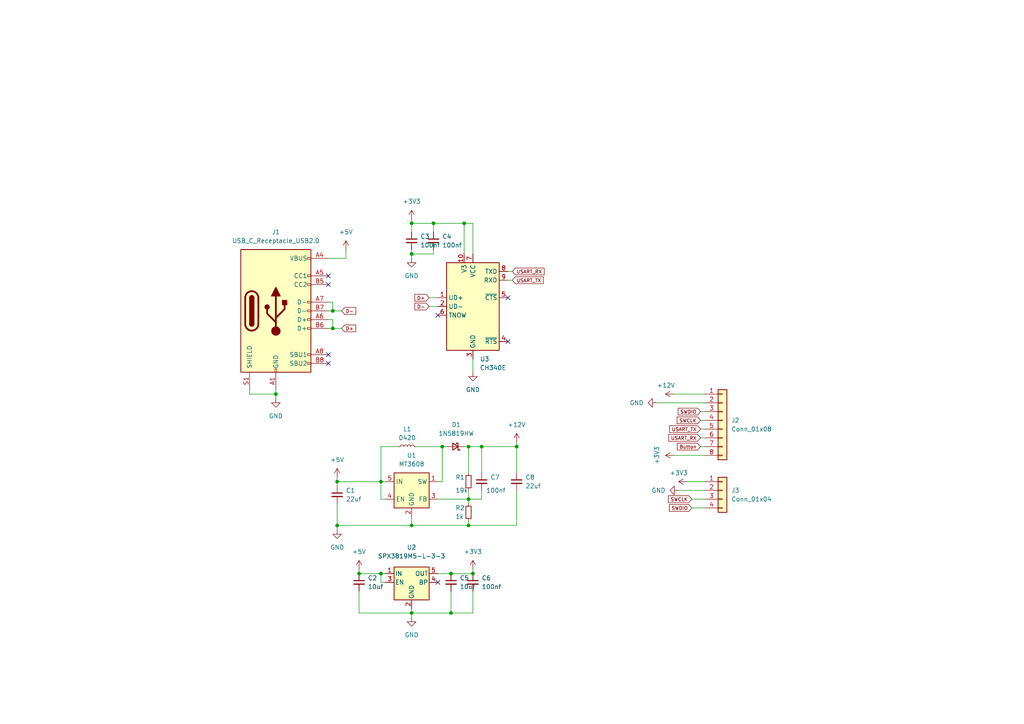
<source format=kicad_sch>
(kicad_sch (version 20211123) (generator eeschema)
  (paper "A4")
  (lib_symbols
    (symbol "Connector:USB_C_Receptacle_USB2.0" (pin_names (offset 1.016))
      (property "Reference" "J" (at -10.16 19.05 0))
      (property "Value" "USB_C_Receptacle_USB2.0" (at 19.05 19.05 0))
      (symbol "USB_C_Receptacle_USB2.0_0_0"
        (rectangle (start -0.254 -17.78) (end 0.254 -16.764))
        (rectangle (start 10.16 -14.986) (end 9.144 -15.494))
        (rectangle (start 10.16 -12.446) (end 9.144 -12.954))
        (rectangle (start 10.16 -4.826) (end 9.144 -5.334))
        (rectangle (start 10.16 -2.286) (end 9.144 -2.794))
        (rectangle (start 10.16 0.254) (end 9.144 -0.254))
        (rectangle (start 10.16 2.794) (end 9.144 2.286))
        (rectangle (start 10.16 7.874) (end 9.144 7.366))
        (rectangle (start 10.16 10.414) (end 9.144 9.906))
        (rectangle (start 10.16 15.494) (end 9.144 14.986))
      )
      (symbol "USB_C_Receptacle_USB2.0_0_1"
        (rectangle (start -10.16 17.78) (end 10.16 -17.78) (stroke (width 0.254)) (fill (type background)))
        (arc (start -8.89 -3.81) (mid -6.985 -5.715) (end -5.08 -3.81) (stroke (width 0.508)))
        (arc (start -7.62 -3.81) (mid -6.985 -4.445) (end -6.35 -3.81) (stroke (width 0.254)))
        (arc (start -7.62 -3.81) (mid -6.985 -4.445) (end -6.35 -3.81) (stroke (width 0.254)) (fill (type outline)))
        (rectangle (start -7.62 -3.81) (end -6.35 3.81) (stroke (width 0.254)) (fill (type outline)))
        (arc (start -6.35 3.81) (mid -6.985 4.445) (end -7.62 3.81) (stroke (width 0.254)))
        (arc (start -6.35 3.81) (mid -6.985 4.445) (end -7.62 3.81) (stroke (width 0.254)) (fill (type outline)))
        (arc (start -5.08 3.81) (mid -6.985 5.715) (end -8.89 3.81) (stroke (width 0.508)))
        (circle (center -2.54 1.143) (radius 0.635) (stroke (width 0.254)) (fill (type outline)))
        (circle (center 0 -5.842) (radius 1.27) (fill (type outline)))
        (polyline (pts (xy -8.89 -3.81) (xy -8.89 3.81)) (stroke (width 0.508)))
        (polyline (pts (xy -5.08 3.81) (xy -5.08 -3.81)) (stroke (width 0.508)))
        (polyline (pts (xy 0 -5.842) (xy 0 4.318)) (stroke (width 0.508)))
        (polyline (pts (xy 0 -3.302) (xy -2.54 -0.762) (xy -2.54 0.508)) (stroke (width 0.508)))
        (polyline (pts (xy 0 -2.032) (xy 2.54 0.508) (xy 2.54 1.778)) (stroke (width 0.508)))
        (polyline (pts (xy -1.27 4.318) (xy 0 6.858) (xy 1.27 4.318) (xy -1.27 4.318)) (stroke (width 0.254)) (fill (type outline)))
        (rectangle (start 1.905 1.778) (end 3.175 3.048) (stroke (width 0.254)) (fill (type outline)))
      )
      (symbol "USB_C_Receptacle_USB2.0_1_1"
        (pin passive line (at 0 -22.86 90) (length 5.08) (name "GND") (number "A1"))
        (pin passive line (at 0 -22.86 90) (length 5.08) hide (name "GND") (number "A12"))
        (pin passive line (at 15.24 15.24 180) (length 5.08) (name "VBUS") (number "A4"))
        (pin bidirectional line (at 15.24 10.16 180) (length 5.08) (name "CC1") (number "A5"))
        (pin bidirectional line (at 15.24 -2.54 180) (length 5.08) (name "D+") (number "A6"))
        (pin bidirectional line (at 15.24 2.54 180) (length 5.08) (name "D-") (number "A7"))
        (pin bidirectional line (at 15.24 -12.7 180) (length 5.08) (name "SBU1") (number "A8"))
        (pin passive line (at 15.24 15.24 180) (length 5.08) hide (name "VBUS") (number "A9"))
        (pin passive line (at 0 -22.86 90) (length 5.08) hide (name "GND") (number "B1"))
        (pin passive line (at 0 -22.86 90) (length 5.08) hide (name "GND") (number "B12"))
        (pin passive line (at 15.24 15.24 180) (length 5.08) hide (name "VBUS") (number "B4"))
        (pin bidirectional line (at 15.24 7.62 180) (length 5.08) (name "CC2") (number "B5"))
        (pin bidirectional line (at 15.24 -5.08 180) (length 5.08) (name "D+") (number "B6"))
        (pin bidirectional line (at 15.24 0 180) (length 5.08) (name "D-") (number "B7"))
        (pin bidirectional line (at 15.24 -15.24 180) (length 5.08) (name "SBU2") (number "B8"))
        (pin passive line (at 15.24 15.24 180) (length 5.08) hide (name "VBUS") (number "B9"))
        (pin passive line (at -7.62 -22.86 90) (length 5.08) (name "SHIELD") (number "S1"))
      )
    )
    (symbol "Connector_Generic:Conn_01x04" (pin_names (offset 1.016) hide)
      (property "Reference" "J" (at 0 5.08 0))
      (property "Value" "Conn_01x04" (at 0 -7.62 0))
      (symbol "Conn_01x04_1_1"
        (rectangle (start -1.27 -4.953) (end 0 -5.207) (stroke (width 0.1524)))
        (rectangle (start -1.27 -2.413) (end 0 -2.667) (stroke (width 0.1524)))
        (rectangle (start -1.27 0.127) (end 0 -0.127) (stroke (width 0.1524)))
        (rectangle (start -1.27 2.667) (end 0 2.413) (stroke (width 0.1524)))
        (rectangle (start -1.27 3.81) (end 1.27 -6.35) (stroke (width 0.254)) (fill (type background)))
        (pin passive line (at -5.08 2.54 0) (length 3.81) (name "Pin_1") (number "1"))
        (pin passive line (at -5.08 0 0) (length 3.81) (name "Pin_2") (number "2"))
        (pin passive line (at -5.08 -2.54 0) (length 3.81) (name "Pin_3") (number "3"))
        (pin passive line (at -5.08 -5.08 0) (length 3.81) (name "Pin_4") (number "4"))
      )
    )
    (symbol "Connector_Generic:Conn_01x08" (pin_names (offset 1.016) hide)
      (property "Reference" "J" (at 0 10.16 0))
      (property "Value" "Conn_01x08" (at 0 -12.7 0))
      (symbol "Conn_01x08_1_1"
        (rectangle (start -1.27 -10.033) (end 0 -10.287) (stroke (width 0.1524)))
        (rectangle (start -1.27 -7.493) (end 0 -7.747) (stroke (width 0.1524)))
        (rectangle (start -1.27 -4.953) (end 0 -5.207) (stroke (width 0.1524)))
        (rectangle (start -1.27 -2.413) (end 0 -2.667) (stroke (width 0.1524)))
        (rectangle (start -1.27 0.127) (end 0 -0.127) (stroke (width 0.1524)))
        (rectangle (start -1.27 2.667) (end 0 2.413) (stroke (width 0.1524)))
        (rectangle (start -1.27 5.207) (end 0 4.953) (stroke (width 0.1524)))
        (rectangle (start -1.27 7.747) (end 0 7.493) (stroke (width 0.1524)))
        (rectangle (start -1.27 8.89) (end 1.27 -11.43) (stroke (width 0.254)) (fill (type background)))
        (pin passive line (at -5.08 7.62 0) (length 3.81) (name "Pin_1") (number "1"))
        (pin passive line (at -5.08 5.08 0) (length 3.81) (name "Pin_2") (number "2"))
        (pin passive line (at -5.08 2.54 0) (length 3.81) (name "Pin_3") (number "3"))
        (pin passive line (at -5.08 0 0) (length 3.81) (name "Pin_4") (number "4"))
        (pin passive line (at -5.08 -2.54 0) (length 3.81) (name "Pin_5") (number "5"))
        (pin passive line (at -5.08 -5.08 0) (length 3.81) (name "Pin_6") (number "6"))
        (pin passive line (at -5.08 -7.62 0) (length 3.81) (name "Pin_7") (number "7"))
        (pin passive line (at -5.08 -10.16 0) (length 3.81) (name "Pin_8") (number "8"))
      )
    )
    (symbol "Device:C_Small" (pin_numbers hide) (pin_names (offset 0.254) hide)
      (property "Reference" "C" (at 0.254 1.778 0))
      (property "Value" "C_Small" (at 0.254 -2.032 0))
      (symbol "C_Small_0_1"
        (polyline (pts (xy -1.524 -0.508) (xy 1.524 -0.508)) (stroke (width 0.3302)))
        (polyline (pts (xy -1.524 0.508) (xy 1.524 0.508)) (stroke (width 0.3048)))
      )
      (symbol "C_Small_1_1"
        (pin passive line (at 0 2.54 270) (length 2.032) (name "~") (number "1"))
        (pin passive line (at 0 -2.54 90) (length 2.032) (name "~") (number "2"))
      )
    )
    (symbol "Device:D_Schottky_Small" (pin_numbers hide) (pin_names (offset 0.254) hide)
      (property "Reference" "D" (at -1.27 2.032 0))
      (property "Value" "D_Schottky_Small" (at -7.112 -2.032 0))
      (symbol "D_Schottky_Small_0_1"
        (polyline (pts (xy -0.762 0) (xy 0.762 0)))
        (polyline (pts (xy 0.762 -1.016) (xy -0.762 0) (xy 0.762 1.016) (xy 0.762 -1.016)) (stroke (width 0.254)))
        (polyline (pts (xy -1.27 0.762) (xy -1.27 1.016) (xy -0.762 1.016) (xy -0.762 -1.016) (xy -0.254 -1.016) (xy -0.254 -0.762)) (stroke (width 0.254)))
      )
      (symbol "D_Schottky_Small_1_1"
        (pin passive line (at -2.54 0 0) (length 1.778) (name "K") (number "1"))
        (pin passive line (at 2.54 0 180) (length 1.778) (name "A") (number "2"))
      )
    )
    (symbol "Device:L_Small" (pin_numbers hide) (pin_names (offset 0.254) hide)
      (property "Reference" "L" (at 0.762 1.016 0))
      (property "Value" "L_Small" (at 0.762 -1.016 0))
      (symbol "L_Small_0_1"
        (arc (start 0 -2.032) (mid 0.508 -1.524) (end 0 -1.016))
        (arc (start 0 -1.016) (mid 0.508 -0.508) (end 0 0))
        (arc (start 0 0) (mid 0.508 0.508) (end 0 1.016))
        (arc (start 0 1.016) (mid 0.508 1.524) (end 0 2.032))
      )
      (symbol "L_Small_1_1"
        (pin passive line (at 0 2.54 270) (length 0.508) (name "~") (number "1"))
        (pin passive line (at 0 -2.54 90) (length 0.508) (name "~") (number "2"))
      )
    )
    (symbol "Device:R_Small" (pin_numbers hide) (pin_names (offset 0.254) hide)
      (property "Reference" "R" (at 0.762 0.508 0))
      (property "Value" "R_Small" (at 0.762 -1.016 0))
      (symbol "R_Small_0_1"
        (rectangle (start -0.762 1.778) (end 0.762 -1.778) (stroke (width 0.2032)))
      )
      (symbol "R_Small_1_1"
        (pin passive line (at 0 2.54 270) (length 0.762) (name "~") (number "1"))
        (pin passive line (at 0 -2.54 90) (length 0.762) (name "~") (number "2"))
      )
    )
    (symbol "Interface_USB:CH340E"
      (property "Reference" "U" (at -5.08 13.97 0))
      (property "Value" "CH340E" (at 1.27 13.97 0))
      (symbol "CH340E_0_1"
        (rectangle (start -7.62 12.7) (end 7.62 -12.7) (stroke (width 0.254)) (fill (type background)))
      )
      (symbol "CH340E_1_1"
        (pin bidirectional line (at -10.16 2.54 0) (length 2.54) (name "UD+") (number "1"))
        (pin passive line (at -2.54 15.24 270) (length 2.54) (name "V3") (number "10"))
        (pin bidirectional line (at -10.16 0 0) (length 2.54) (name "UD-") (number "2"))
        (pin power_in line (at 0 -15.24 90) (length 2.54) (name "GND") (number "3"))
        (pin output line (at 10.16 -10.16 180) (length 2.54) (name "~{RTS}") (number "4"))
        (pin input line (at 10.16 2.54 180) (length 2.54) (name "~{CTS}") (number "5"))
        (pin output line (at -10.16 -2.54 0) (length 2.54) (name "TNOW") (number "6"))
        (pin power_in line (at 0 15.24 270) (length 2.54) (name "VCC") (number "7"))
        (pin output line (at 10.16 10.16 180) (length 2.54) (name "TXD") (number "8"))
        (pin input line (at 10.16 7.62 180) (length 2.54) (name "RXD") (number "9"))
      )
    )
    (symbol "Regulator_Linear:SPX3819M5-L-3-3" (pin_names (offset 0.254))
      (property "Reference" "U" (at -3.81 5.715 0))
      (property "Value" "SPX3819M5-L-3-3" (at 0 5.715 0))
      (symbol "SPX3819M5-L-3-3_0_1"
        (rectangle (start -5.08 4.445) (end 5.08 -5.08) (stroke (width 0.254)) (fill (type background)))
      )
      (symbol "SPX3819M5-L-3-3_1_1"
        (pin power_in line (at -7.62 2.54 0) (length 2.54) (name "IN") (number "1"))
        (pin power_in line (at 0 -7.62 90) (length 2.54) (name "GND") (number "2"))
        (pin input line (at -7.62 0 0) (length 2.54) (name "EN") (number "3"))
        (pin input line (at 7.62 0 180) (length 2.54) (name "BP") (number "4"))
        (pin power_out line (at 7.62 2.54 180) (length 2.54) (name "OUT") (number "5"))
      )
    )
    (symbol "Regulator_Switching:MT3608"
      (property "Reference" "U" (at -2.54 8.89 0))
      (property "Value" "MT3608" (at -3.81 6.35 0))
      (symbol "MT3608_0_1"
        (rectangle (start -5.08 5.08) (end 5.08 -5.08) (stroke (width 0.254)) (fill (type background)))
      )
      (symbol "MT3608_1_1"
        (pin passive line (at 7.62 2.54 180) (length 2.54) (name "SW") (number "1"))
        (pin power_in line (at 0 -7.62 90) (length 2.54) (name "GND") (number "2"))
        (pin input line (at 7.62 -2.54 180) (length 2.54) (name "FB") (number "3"))
        (pin input line (at -7.62 -2.54 0) (length 2.54) (name "EN") (number "4"))
        (pin power_in line (at -7.62 2.54 0) (length 2.54) (name "IN") (number "5"))
        (pin no_connect line (at 5.08 0 180) (length 2.54) hide (name "NC") (number "6"))
      )
    )
    (symbol "power:+12V" (power) (pin_names (offset 0))
      (property "Value" "+12V" (at 0 3.556 0))
      (symbol "+12V_0_1"
        (polyline (pts (xy -0.762 1.27) (xy 0 2.54)))
        (polyline (pts (xy 0 0) (xy 0 2.54)))
        (polyline (pts (xy 0 2.54) (xy 0.762 1.27)))
      )
      (symbol "+12V_1_1"
        (pin power_in line (at 0 0 90) (length 0) hide (name "+12V") (number "1"))
      )
    )
    (symbol "power:+3.3V" (power) (pin_names (offset 0))
      (property "Value" "+3.3V" (at 0 3.556 0))
      (symbol "+3.3V_0_1"
        (polyline (pts (xy -0.762 1.27) (xy 0 2.54)))
        (polyline (pts (xy 0 0) (xy 0 2.54)))
        (polyline (pts (xy 0 2.54) (xy 0.762 1.27)))
      )
      (symbol "+3.3V_1_1"
        (pin power_in line (at 0 0 90) (length 0) hide (name "+3V3") (number "1"))
      )
    )
    (symbol "power:+5V" (power) (pin_names (offset 0))
      (property "Value" "+5V" (at 0 3.556 0))
      (symbol "+5V_0_1"
        (polyline (pts (xy -0.762 1.27) (xy 0 2.54)))
        (polyline (pts (xy 0 0) (xy 0 2.54)))
        (polyline (pts (xy 0 2.54) (xy 0.762 1.27)))
      )
      (symbol "+5V_1_1"
        (pin power_in line (at 0 0 90) (length 0) hide (name "+5V") (number "1"))
      )
    )
    (symbol "power:GND" (power) (pin_names (offset 0))
      (property "Value" "GND" (at 0 -3.81 0))
      (symbol "GND_0_1"
        (polyline (pts (xy 0 0) (xy 0 -1.27) (xy 1.27 -1.27) (xy 0 -2.54) (xy -1.27 -1.27) (xy 0 -1.27)))
      )
      (symbol "GND_1_1"
        (pin power_in line (at 0 0 270) (length 0) hide (name "GND") (number "1"))
      )
    )
  )
  (junction (at 110.49 166.37))
  (junction (at 134.62 64.77))
  (junction (at 104.14 166.37))
  (junction (at 97.79 139.7))
  (junction (at 130.81 166.37))
  (junction (at 97.79 152.4))
  (junction (at 135.89 129.54))
  (junction (at 125.73 64.77))
  (junction (at 135.89 152.4))
  (junction (at 96.52 90.17))
  (junction (at 119.38 73.66))
  (junction (at 130.81 177.8))
  (junction (at 119.38 64.77))
  (junction (at 110.49 139.7))
  (junction (at 119.38 177.8))
  (junction (at 135.89 144.78))
  (junction (at 137.16 166.37))
  (junction (at 139.7 129.54))
  (junction (at 80.01 114.3))
  (junction (at 96.52 95.25))
  (junction (at 128.27 129.54))
  (junction (at 149.86 129.54))
  (junction (at 119.38 152.4))
  (no_connect (at 147.32 86.36))
  (no_connect (at 127 91.44))
  (no_connect (at 147.32 99.06))
  (no_connect (at 127 168.91))
  (no_connect (at 95.25 80.01))
  (no_connect (at 95.25 82.55))
  (no_connect (at 95.25 102.87))
  (no_connect (at 95.25 105.41))
  (wire (pts (xy 135.89 144.78) (xy 135.89 146.05)))
  (wire (pts (xy 119.38 63.5) (xy 119.38 64.77)))
  (wire (pts (xy 97.79 139.7) (xy 97.79 138.43)))
  (wire (pts (xy 128.27 129.54) (xy 129.54 129.54)))
  (wire (pts (xy 135.89 129.54) (xy 139.7 129.54)))
  (wire (pts (xy 96.52 92.71) (xy 96.52 95.25)))
  (wire (pts (xy 135.89 129.54) (xy 135.89 137.16)))
  (wire (pts (xy 80.01 113.03) (xy 80.01 114.3)))
  (wire (pts (xy 110.49 129.54) (xy 110.49 139.7)))
  (wire (pts (xy 200.66 147.32) (xy 204.47 147.32)))
  (wire (pts (xy 96.52 87.63) (xy 96.52 90.17)))
  (wire (pts (xy 119.38 72.39) (xy 119.38 73.66)))
  (wire (pts (xy 97.79 146.05) (xy 97.79 152.4)))
  (wire (pts (xy 195.58 114.3) (xy 204.47 114.3)))
  (wire (pts (xy 203.2 127) (xy 204.47 127)))
  (wire (pts (xy 110.49 168.91) (xy 110.49 166.37)))
  (wire (pts (xy 134.62 64.77) (xy 134.62 73.66)))
  (wire (pts (xy 104.14 177.8) (xy 119.38 177.8)))
  (wire (pts (xy 100.33 74.93) (xy 95.25 74.93)))
  (wire (pts (xy 111.76 139.7) (xy 110.49 139.7)))
  (wire (pts (xy 125.73 73.66) (xy 119.38 73.66)))
  (wire (pts (xy 137.16 165.1) (xy 137.16 166.37)))
  (wire (pts (xy 190.5 116.84) (xy 204.47 116.84)))
  (wire (pts (xy 137.16 73.66) (xy 137.16 64.77)))
  (wire (pts (xy 80.01 114.3) (xy 80.01 115.57)))
  (wire (pts (xy 135.89 152.4) (xy 149.86 152.4)))
  (wire (pts (xy 149.86 137.16) (xy 149.86 129.54)))
  (wire (pts (xy 119.38 149.86) (xy 119.38 152.4)))
  (wire (pts (xy 119.38 152.4) (xy 97.79 152.4)))
  (wire (pts (xy 127 139.7) (xy 128.27 139.7)))
  (wire (pts (xy 72.39 113.03) (xy 72.39 114.3)))
  (wire (pts (xy 135.89 151.13) (xy 135.89 152.4)))
  (wire (pts (xy 97.79 139.7) (xy 97.79 140.97)))
  (wire (pts (xy 149.86 142.24) (xy 149.86 152.4)))
  (wire (pts (xy 130.81 166.37) (xy 137.16 166.37)))
  (wire (pts (xy 104.14 171.45) (xy 104.14 177.8)))
  (wire (pts (xy 134.62 129.54) (xy 135.89 129.54)))
  (wire (pts (xy 100.33 72.39) (xy 100.33 74.93)))
  (wire (pts (xy 130.81 166.37) (xy 127 166.37)))
  (wire (pts (xy 95.25 90.17) (xy 96.52 90.17)))
  (wire (pts (xy 95.25 92.71) (xy 96.52 92.71)))
  (wire (pts (xy 128.27 139.7) (xy 128.27 129.54)))
  (wire (pts (xy 135.89 144.78) (xy 127 144.78)))
  (wire (pts (xy 111.76 166.37) (xy 110.49 166.37)))
  (wire (pts (xy 119.38 64.77) (xy 119.38 67.31)))
  (wire (pts (xy 135.89 144.78) (xy 139.7 144.78)))
  (wire (pts (xy 135.89 142.24) (xy 135.89 144.78)))
  (wire (pts (xy 119.38 177.8) (xy 119.38 179.07)))
  (wire (pts (xy 203.2 119.38) (xy 204.47 119.38)))
  (wire (pts (xy 124.46 86.36) (xy 127 86.36)))
  (wire (pts (xy 130.81 177.8) (xy 119.38 177.8)))
  (wire (pts (xy 135.89 152.4) (xy 119.38 152.4)))
  (wire (pts (xy 125.73 67.31) (xy 125.73 64.77)))
  (wire (pts (xy 115.57 129.54) (xy 110.49 129.54)))
  (wire (pts (xy 139.7 142.24) (xy 139.7 144.78)))
  (wire (pts (xy 137.16 171.45) (xy 137.16 177.8)))
  (wire (pts (xy 110.49 139.7) (xy 97.79 139.7)))
  (wire (pts (xy 203.2 129.54) (xy 204.47 129.54)))
  (wire (pts (xy 195.58 132.08) (xy 204.47 132.08)))
  (wire (pts (xy 125.73 72.39) (xy 125.73 73.66)))
  (wire (pts (xy 130.81 171.45) (xy 130.81 177.8)))
  (wire (pts (xy 149.86 128.27) (xy 149.86 129.54)))
  (wire (pts (xy 139.7 129.54) (xy 139.7 137.16)))
  (wire (pts (xy 111.76 168.91) (xy 110.49 168.91)))
  (wire (pts (xy 125.73 64.77) (xy 119.38 64.77)))
  (wire (pts (xy 137.16 64.77) (xy 134.62 64.77)))
  (wire (pts (xy 119.38 176.53) (xy 119.38 177.8)))
  (wire (pts (xy 139.7 129.54) (xy 149.86 129.54)))
  (wire (pts (xy 124.46 88.9) (xy 127 88.9)))
  (wire (pts (xy 199.39 139.7) (xy 204.47 139.7)))
  (wire (pts (xy 137.16 177.8) (xy 130.81 177.8)))
  (wire (pts (xy 137.16 104.14) (xy 137.16 107.95)))
  (wire (pts (xy 111.76 144.78) (xy 110.49 144.78)))
  (wire (pts (xy 95.25 95.25) (xy 96.52 95.25)))
  (wire (pts (xy 97.79 152.4) (xy 97.79 153.67)))
  (wire (pts (xy 104.14 166.37) (xy 104.14 165.1)))
  (wire (pts (xy 96.52 90.17) (xy 99.06 90.17)))
  (wire (pts (xy 147.32 78.74) (xy 148.59 78.74)))
  (wire (pts (xy 120.65 129.54) (xy 128.27 129.54)))
  (wire (pts (xy 196.85 142.24) (xy 204.47 142.24)))
  (wire (pts (xy 203.2 121.92) (xy 204.47 121.92)))
  (wire (pts (xy 96.52 95.25) (xy 99.06 95.25)))
  (wire (pts (xy 95.25 87.63) (xy 96.52 87.63)))
  (wire (pts (xy 200.66 144.78) (xy 204.47 144.78)))
  (wire (pts (xy 134.62 64.77) (xy 125.73 64.77)))
  (wire (pts (xy 72.39 114.3) (xy 80.01 114.3)))
  (wire (pts (xy 110.49 166.37) (xy 104.14 166.37)))
  (wire (pts (xy 110.49 139.7) (xy 110.49 144.78)))
  (wire (pts (xy 203.2 124.46) (xy 204.47 124.46)))
  (wire (pts (xy 147.32 81.28) (xy 148.59 81.28)))
  (wire (pts (xy 119.38 73.66) (xy 119.38 74.93)))
  (global_label "USART_RX" (shape input) (at 203.2 127 180) (effects (font (size 1 1))) (property "Intersheet References" "${INTERSHEET_REFS}" (effects hide)))
  (global_label "SWCLK" (shape input) (at 200.66 144.78 180) (effects (font (size 1 1))) (property "Intersheet References" "${INTERSHEET_REFS}" (effects hide)))
  (global_label "D+" (shape input) (at 124.46 86.36 180) (effects (font (size 1 1))) (property "Intersheet References" "${INTERSHEET_REFS}" (effects hide)))
  (global_label "SWDIO" (shape input) (at 203.2 119.38 180) (effects (font (size 1 1))) (property "Intersheet References" "${INTERSHEET_REFS}" (effects hide)))
  (global_label "D-" (shape input) (at 99.06 90.17 0) (effects (font (size 1 1))) (property "Intersheet References" "${INTERSHEET_REFS}" (effects hide)))
  (global_label "USART_RX" (shape input) (at 148.59 78.74 0) (effects (font (size 1 1))) (property "Intersheet References" "${INTERSHEET_REFS}" (effects hide)))
  (global_label "SWDIO" (shape input) (at 200.66 147.32 180) (effects (font (size 1 1))) (property "Intersheet References" "${INTERSHEET_REFS}" (effects hide)))
  (global_label "D-" (shape input) (at 124.46 88.9 180) (effects (font (size 1 1))) (property "Intersheet References" "${INTERSHEET_REFS}" (effects hide)))
  (global_label "Button" (shape input) (at 203.2 129.54 180) (effects (font (size 1 1))) (property "Intersheet References" "${INTERSHEET_REFS}" (effects hide)))
  (global_label "SWCLK" (shape input) (at 203.2 121.92 180) (effects (font (size 1 1))) (property "Intersheet References" "${INTERSHEET_REFS}" (effects hide)))
  (global_label "D+" (shape input) (at 99.06 95.25 0) (effects (font (size 1 1))) (property "Intersheet References" "${INTERSHEET_REFS}" (effects hide)))
  (global_label "USART_TX" (shape input) (at 203.2 124.46 180) (effects (font (size 1 1))) (property "Intersheet References" "${INTERSHEET_REFS}" (effects hide)))
  (global_label "USART_TX" (shape input) (at 148.59 81.28 0) (effects (font (size 1 1))) (property "Intersheet References" "${INTERSHEET_REFS}" (effects hide)))
  (symbol (lib_id "power:+3.3V") (at 137.16 165.1 0) (unit 1)
    (property "Reference" "#PWR010" (effects hide))
    (property "Value" "+3.3V" (at 137.16 160.02 0))
  )
  (symbol (lib_id "Interface_USB:CH340E") (at 137.16 88.9 0) (unit 1)
    (property "Reference" "U3" (at 139.1794 104.14 0) (effects (justify left)))
    (property "Value" "CH340E" (at 139.1794 106.68 0) (effects (justify left)))
    (property "Footprint" "Package_SO:MSOP-10_3x3mm_P0.5mm" (effects hide))
    (property "Datasheet" "https://www.mpja.com/download/35227cpdata.pdf" (effects hide))
  )
  (symbol (lib_id "Regulator_Switching:MT3608") (at 119.38 142.24 0) (unit 1)
    (property "Reference" "U1" (at 119.38 132.08 0))
    (property "Value" "MT3608" (at 119.38 134.62 0))
    (property "Footprint" "Package_TO_SOT_SMD:SOT-23-6" (effects hide))
    (property "Datasheet" "https://www.olimex.com/Products/Breadboarding/BB-PWR-3608/resources/MT3608.pdf" (effects hide))
  )
  (symbol (lib_id "Device:C_Small") (at 130.81 168.91 0) (unit 1)
    (property "Reference" "C5" (at 133.35 167.6462 0) (effects (justify left)))
    (property "Value" "10uf" (at 133.35 170.1862 0) (effects (justify left)))
    (property "Footprint" "Capacitor_SMD:C_0402_1005Metric_Pad0.74x0.62mm_HandSolder" (effects hide))
  )
  (symbol (lib_id "Connector_Generic:Conn_01x08") (at 209.55 121.92 0) (unit 1)
    (property "Reference" "J2" (at 212.09 121.9199 0) (effects (justify left)))
    (property "Value" "Conn_01x08" (at 212.09 124.4599 0) (effects (justify left)))
    (property "Footprint" "Connector_Molex:Molex_PicoBlade_53048-0810_1x08_P1.25mm_Horizontal" (effects hide))
  )
  (symbol (lib_id "Device:C_Small") (at 97.79 143.51 0) (unit 1)
    (property "Reference" "C1" (at 100.33 142.2462 0) (effects (justify left)))
    (property "Value" "22uf" (at 100.33 144.7862 0) (effects (justify left)))
    (property "Footprint" "Capacitor_SMD:C_1206_3216Metric" (effects hide))
  )
  (symbol (lib_id "power:GND") (at 80.01 115.57 0) (unit 1)
    (property "Reference" "#PWR01" (effects hide))
    (property "Value" "GND" (at 80.01 120.65 0))
  )
  (symbol (lib_id "power:GND") (at 190.5 116.84 270) (unit 1)
    (property "Reference" "#PWR012" (effects hide))
    (property "Value" "GND" (at 186.69 116.8399 90) (effects (justify right)))
  )
  (symbol (lib_id "Regulator_Linear:SPX3819M5-L-3-3") (at 119.38 168.91 0) (unit 1)
    (property "Reference" "U2" (at 119.38 158.75 0))
    (property "Value" "SPX3819M5-L-3-3" (at 119.38 161.29 0))
    (property "Footprint" "Package_TO_SOT_SMD:SOT-23-5" (effects hide))
    (property "Datasheet" "https://www.exar.com/content/document.ashx?id=22106&languageid=1033&type=Datasheet&partnumber=SPX3819&filename=SPX3819.pdf&part=SPX3819" (effects hide))
  )
  (symbol (lib_id "power:+5V") (at 97.79 138.43 0) (unit 1)
    (property "Reference" "#PWR02" (effects hide))
    (property "Value" "+5V" (at 97.79 133.35 0))
  )
  (symbol (lib_id "Device:C_Small") (at 137.16 168.91 0) (unit 1)
    (property "Reference" "C6" (at 139.7 167.6462 0) (effects (justify left)))
    (property "Value" "100nf" (at 139.7 170.1862 0) (effects (justify left)))
    (property "Footprint" "Capacitor_SMD:C_0402_1005Metric_Pad0.74x0.62mm_HandSolder" (effects hide))
  )
  (symbol (lib_id "power:+3.3V") (at 199.39 139.7 90) (unit 1)
    (property "Reference" "#PWR016" (effects hide))
    (property "Value" "+3.3V" (at 196.85 137.16 90))
  )
  (symbol (lib_id "Device:R_Small") (at 135.89 148.59 0) (unit 1)
    (property "Reference" "R2" (at 132.08 147.32 0) (effects (justify left)))
    (property "Value" "1k" (at 132.08 149.86 0) (effects (justify left)))
    (property "Footprint" "Resistor_SMD:R_0402_1005Metric_Pad0.72x0.64mm_HandSolder" (effects hide))
  )
  (symbol (lib_id "Device:R_Small") (at 135.89 139.7 0) (unit 1)
    (property "Reference" "R1" (at 132.08 138.43 0) (effects (justify left)))
    (property "Value" "19k" (at 132.08 142.24 0) (effects (justify left)))
    (property "Footprint" "Resistor_SMD:R_0402_1005Metric_Pad0.72x0.64mm_HandSolder" (effects hide))
  )
  (symbol (lib_id "Device:C_Small") (at 125.73 69.85 0) (unit 1)
    (property "Reference" "C4" (at 128.27 68.5862 0) (effects (justify left)))
    (property "Value" "100nf" (at 128.27 71.1262 0) (effects (justify left)))
    (property "Footprint" "Capacitor_SMD:C_0402_1005Metric_Pad0.74x0.62mm_HandSolder" (effects hide))
  )
  (symbol (lib_id "power:+12V") (at 149.86 128.27 0) (unit 1)
    (property "Reference" "#PWR011" (effects hide))
    (property "Value" "+12V" (at 149.86 123.19 0))
  )
  (symbol (lib_id "power:GND") (at 119.38 179.07 0) (unit 1)
    (property "Reference" "#PWR08" (effects hide))
    (property "Value" "GND" (at 119.38 184.15 0))
  )
  (symbol (lib_id "Device:C_Small") (at 119.38 69.85 0) (unit 1)
    (property "Reference" "C3" (at 121.92 68.5862 0) (effects (justify left)))
    (property "Value" "100nf" (at 121.92 71.1262 0) (effects (justify left)))
    (property "Footprint" "Capacitor_SMD:C_0402_1005Metric_Pad0.74x0.62mm_HandSolder" (effects hide))
  )
  (symbol (lib_id "power:+12V") (at 195.58 114.3 90) (unit 1)
    (property "Reference" "#PWR013" (effects hide))
    (property "Value" "+12V" (at 190.5 111.76 90) (effects (justify right)))
  )
  (symbol (lib_id "power:+3.3V") (at 119.38 63.5 0) (unit 1)
    (property "Reference" "#PWR06" (effects hide))
    (property "Value" "+3.3V" (at 119.38 58.42 0))
  )
  (symbol (lib_id "power:GND") (at 119.38 74.93 0) (unit 1)
    (property "Reference" "#PWR07" (effects hide))
    (property "Value" "GND" (at 119.38 80.01 0))
  )
  (symbol (lib_id "Device:C_Small") (at 104.14 168.91 0) (unit 1)
    (property "Reference" "C2" (at 106.68 167.6462 0) (effects (justify left)))
    (property "Value" "10uf" (at 106.68 170.1862 0) (effects (justify left)))
    (property "Footprint" "Capacitor_SMD:C_0402_1005Metric_Pad0.74x0.62mm_HandSolder" (effects hide))
  )
  (symbol (lib_id "power:+3.3V") (at 195.58 132.08 90) (unit 1)
    (property "Reference" "#PWR014" (effects hide))
    (property "Value" "+3.3V" (at 190.5 132.08 0))
  )
  (symbol (lib_id "Connector_Generic:Conn_01x04") (at 209.55 142.24 0) (unit 1)
    (property "Reference" "J3" (at 212.09 142.2399 0) (effects (justify left)))
    (property "Value" "Conn_01x04" (at 212.09 144.7799 0) (effects (justify left)))
    (property "Footprint" "Connector_Molex:Molex_PicoBlade_53048-0410_1x04_P1.25mm_Horizontal" (effects hide))
  )
  (symbol (lib_id "power:GND") (at 97.79 153.67 0) (unit 1)
    (property "Reference" "#PWR03" (effects hide))
    (property "Value" "GND" (at 97.79 158.75 0))
  )
  (symbol (lib_id "Device:D_Schottky_Small") (at 132.08 129.54 180) (unit 1)
    (property "Reference" "D1" (at 132.334 123.19 0))
    (property "Value" "1N5819HW" (at 132.334 125.73 0))
    (property "Footprint" "Diode_SMD:D_SOD-123" (effects hide))
  )
  (symbol (lib_id "power:GND") (at 196.85 142.24 270) (unit 1)
    (property "Reference" "#PWR015" (effects hide))
    (property "Value" "GND" (at 193.04 142.2399 90) (effects (justify right)))
  )
  (symbol (lib_id "Connector:USB_C_Receptacle_USB2.0") (at 80.01 90.17 0) (unit 1)
    (property "Reference" "J1" (at 80.01 67.31 0))
    (property "Value" "USB_C_Receptacle_USB2.0" (at 80.01 69.85 0))
    (property "Footprint" "Connector_USB:USB_C_Receptacle_HRO_TYPE-C-31-M-12" (effects hide))
    (property "Datasheet" "https://www.usb.org/sites/default/files/documents/usb_type-c.zip" (effects hide))
  )
  (symbol (lib_id "Device:L_Small") (at 118.11 129.54 90) (unit 1)
    (property "Reference" "L1" (at 118.11 124.46 90))
    (property "Value" "0420" (at 118.11 127 90))
    (property "Footprint" "Inductor_SMD:L_0420" (effects hide))
  )
  (symbol (lib_id "power:GND") (at 137.16 107.95 0) (unit 1)
    (property "Reference" "#PWR09" (effects hide))
    (property "Value" "GND" (at 137.16 113.03 0))
  )
  (symbol (lib_id "power:+5V") (at 100.33 72.39 0) (unit 1)
    (property "Reference" "#PWR04" (effects hide))
    (property "Value" "+5V" (at 100.33 67.31 0))
  )
  (symbol (lib_id "Device:C_Small") (at 149.86 139.7 0) (unit 1)
    (property "Reference" "C8" (at 152.4 138.4362 0) (effects (justify left)))
    (property "Value" "22uf" (at 152.4 140.9762 0) (effects (justify left)))
    (property "Footprint" "Capacitor_SMD:C_1206_3216Metric" (effects hide))
  )
  (symbol (lib_id "Device:C_Small") (at 139.7 139.7 0) (unit 1)
    (property "Reference" "C7" (at 142.24 138.4362 0) (effects (justify left)))
    (property "Value" "100nf" (at 140.97 142.24 0) (effects (justify left)))
    (property "Footprint" "Capacitor_SMD:C_0402_1005Metric_Pad0.74x0.62mm_HandSolder" (effects hide))
  )
  (symbol (lib_id "power:+5V") (at 104.14 165.1 0) (unit 1)
    (property "Reference" "#PWR05" (effects hide))
    (property "Value" "+5V" (at 104.14 160.02 0))
  )
)
</source>
